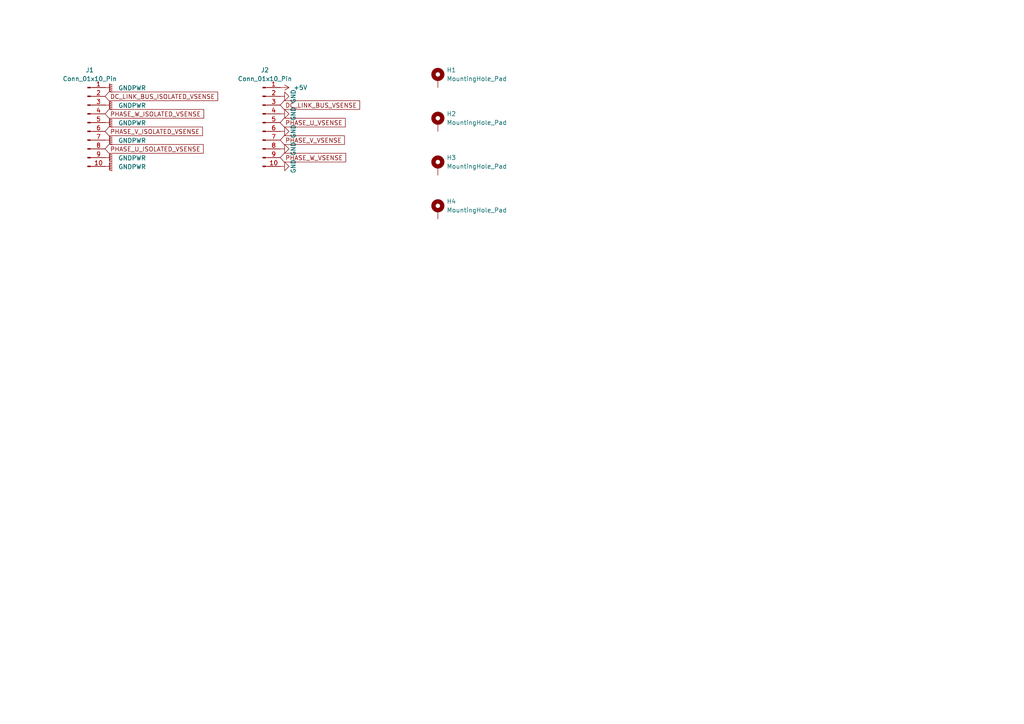
<source format=kicad_sch>
(kicad_sch (version 20250114) (generator "eeschema") (generator_version "9.0")
  (paper "A4")
  (lib_symbols
    (symbol "Connector:Conn_01x10_Pin" (pin_names (offset 1.016) (hide yes))
      (property "Reference" "J" (at 0 12.7 0))
      (property "Value" "Conn_01x10_Pin" (at 0 -15.24 0))
      (symbol "Conn_01x10_Pin_1_1"
        (rectangle (start 0.8636 10.287) (end 0 10.033) (stroke (width 0.1524)) (fill (type outline)))
        (rectangle (start 0.8636 7.747) (end 0 7.493) (stroke (width 0.1524)) (fill (type outline)))
        (rectangle (start 0.8636 5.207) (end 0 4.953) (stroke (width 0.1524)) (fill (type outline)))
        (rectangle (start 0.8636 2.667) (end 0 2.413) (stroke (width 0.1524)) (fill (type outline)))
        (rectangle (start 0.8636 0.127) (end 0 -0.127) (stroke (width 0.1524)) (fill (type outline)))
        (rectangle (start 0.8636 -2.413) (end 0 -2.667) (stroke (width 0.1524)) (fill (type outline)))
        (rectangle (start 0.8636 -4.953) (end 0 -5.207) (stroke (width 0.1524)) (fill (type outline)))
        (rectangle (start 0.8636 -7.493) (end 0 -7.747) (stroke (width 0.1524)) (fill (type outline)))
        (rectangle (start 0.8636 -10.033) (end 0 -10.287) (stroke (width 0.1524)) (fill (type outline)))
        (rectangle (start 0.8636 -12.573) (end 0 -12.827) (stroke (width 0.1524)) (fill (type outline)))
        (polyline (pts (xy 1.27 10.16) (xy 0.8636 10.16)) (stroke (width 0.1524)))
        (polyline (pts (xy 1.27 7.62) (xy 0.8636 7.62)) (stroke (width 0.1524)))
        (polyline (pts (xy 1.27 5.08) (xy 0.8636 5.08)) (stroke (width 0.1524)))
        (polyline (pts (xy 1.27 2.54) (xy 0.8636 2.54)) (stroke (width 0.1524)))
        (polyline (pts (xy 1.27 0) (xy 0.8636 0)) (stroke (width 0.1524)))
        (polyline (pts (xy 1.27 -2.54) (xy 0.8636 -2.54)) (stroke (width 0.1524)))
        (polyline (pts (xy 1.27 -5.08) (xy 0.8636 -5.08)) (stroke (width 0.1524)))
        (polyline (pts (xy 1.27 -7.62) (xy 0.8636 -7.62)) (stroke (width 0.1524)))
        (polyline (pts (xy 1.27 -10.16) (xy 0.8636 -10.16)) (stroke (width 0.1524)))
        (polyline (pts (xy 1.27 -12.7) (xy 0.8636 -12.7)) (stroke (width 0.1524)))
        (pin passive line (at 5.08 10.16 180) (length 3.81) (name "Pin_1") (number "1"))
        (pin passive line (at 5.08 7.62 180) (length 3.81) (name "Pin_2") (number "2"))
        (pin passive line (at 5.08 5.08 180) (length 3.81) (name "Pin_3") (number "3"))
        (pin passive line (at 5.08 2.54 180) (length 3.81) (name "Pin_4") (number "4"))
        (pin passive line (at 5.08 0 180) (length 3.81) (name "Pin_5") (number "5"))
        (pin passive line (at 5.08 -2.54 180) (length 3.81) (name "Pin_6") (number "6"))
        (pin passive line (at 5.08 -5.08 180) (length 3.81) (name "Pin_7") (number "7"))
        (pin passive line (at 5.08 -7.62 180) (length 3.81) (name "Pin_8") (number "8"))
        (pin passive line (at 5.08 -10.16 180) (length 3.81) (name "Pin_9") (number "9"))
        (pin passive line (at 5.08 -12.7 180) (length 3.81) (name "Pin_10") (number "10"))
      )
    )
    (symbol "Mechanical:MountingHole_Pad" (pin_numbers (hide yes)) (pin_names (offset 1.016) (hide yes)) (in_bom no)
      (property "Reference" "H" (at 0 6.35 0))
      (property "Value" "MountingHole_Pad" (at 0 4.445 0))
      (symbol "MountingHole_Pad_0_1"
        (circle (center 0 1.27) (radius 1.27) (stroke (width 1.27)))
      )
      (symbol "MountingHole_Pad_1_1"
        (pin input line (at 0 -2.54 90) (length 2.54) (name "1") (number "1"))
      )
    )
    (symbol "power:+5V" (power) (pin_numbers (hide yes)) (pin_names (offset 0) (hide yes))
      (property "Value" "+5V" (at 0 3.556 0))
      (symbol "+5V_0_1"
        (polyline (pts (xy -0.762 1.27) (xy 0 2.54)))
        (polyline (pts (xy 0 2.54) (xy 0.762 1.27)))
        (polyline (pts (xy 0 0) (xy 0 2.54)))
      )
      (symbol "+5V_1_1"
        (pin power_in line (at 0 0 90) (length 0) (name "~") (number "1"))
      )
    )
    (symbol "power:GND" (power) (pin_numbers (hide yes)) (pin_names (offset 0) (hide yes))
      (property "Value" "GND" (at 0 -3.81 0))
      (symbol "GND_0_1"
        (polyline (pts (xy 0 0) (xy 0 -1.27) (xy 1.27 -1.27) (xy 0 -2.54) (xy -1.27 -1.27) (xy 0 -1.27)))
      )
      (symbol "GND_1_1"
        (pin power_in line (at 0 0 270) (length 0) (name "~") (number "1"))
      )
    )
    (symbol "power:GNDPWR" (power) (pin_numbers (hide yes)) (pin_names (offset 0) (hide yes))
      (property "Value" "GNDPWR" (at 0 -3.302 0))
      (symbol "GNDPWR_0_1"
        (polyline (pts (xy -1.016 -1.27) (xy -1.27 -2.032) (xy -1.27 -2.032)) (stroke (width 0.2032)))
        (polyline (pts (xy -0.508 -1.27) (xy -0.762 -2.032) (xy -0.762 -2.032)) (stroke (width 0.2032)))
        (polyline (pts (xy 0 -1.27) (xy 0 0)))
        (polyline (pts (xy 0 -1.27) (xy -0.254 -2.032) (xy -0.254 -2.032)) (stroke (width 0.2032)))
        (polyline (pts (xy 0.508 -1.27) (xy 0.254 -2.032) (xy 0.254 -2.032)) (stroke (width 0.2032)))
        (polyline (pts (xy 1.016 -1.27) (xy -1.016 -1.27) (xy -1.016 -1.27)) (stroke (width 0.2032)))
        (polyline (pts (xy 1.016 -1.27) (xy 0.762 -2.032) (xy 0.762 -2.032) (xy 0.762 -2.032)) (stroke (width 0.2032)))
      )
      (symbol "GNDPWR_1_1"
        (pin power_in line (at 0 0 270) (length 0) (name "~") (number "1"))
      )
    )
  )
  (global_label "PHASE_U_ISOLATED_VSENSE" (shape input) (at 30.48 43.18 0) (property "Intersheetrefs" "${INTERSHEET_REFS}" (effects (hide yes))))
  (global_label "DC_LINK_BUS_ISOLATED_VSENSE" (shape input) (at 30.48 27.94 0) (property "Intersheetrefs" "${INTERSHEET_REFS}" (effects (hide yes))))
  (global_label "PHASE_W_VSENSE" (shape input) (at 81.28 45.72 0) (property "Intersheetrefs" "${INTERSHEET_REFS}" (effects (hide yes))))
  (global_label "PHASE_V_VSENSE" (shape input) (at 81.28 40.64 0) (property "Intersheetrefs" "${INTERSHEET_REFS}" (effects (hide yes))))
  (global_label "DC_LINK_BUS_VSENSE" (shape input) (at 81.28 30.48 0) (property "Intersheetrefs" "${INTERSHEET_REFS}" (effects (hide yes))))
  (global_label "PHASE_U_VSENSE" (shape input) (at 81.28 35.56 0) (property "Intersheetrefs" "${INTERSHEET_REFS}" (effects (hide yes))))
  (global_label "PHASE_W_ISOLATED_VSENSE" (shape input) (at 30.48 33.02 0) (property "Intersheetrefs" "${INTERSHEET_REFS}" (effects (hide yes))))
  (global_label "PHASE_V_ISOLATED_VSENSE" (shape input) (at 30.48 38.1 0) (property "Intersheetrefs" "${INTERSHEET_REFS}" (effects (hide yes))))
  (symbol (lib_id "power:GND") (at 81.28 38.1 90) (unit 1)
    (property "Reference" "#PWR0107" (effects (hide yes)))
    (property "Value" "GND" (at 85.09 38.1 0))
    (property "Description" "Power symbol creates a global label with name \"GND\" , ground" (effects (hide yes)))
  )
  (symbol (lib_id "power:GNDPWR") (at 30.48 45.72 90) (unit 1)
    (property "Reference" "#PWR0103" (effects (hide yes)))
    (property "Value" "GNDPWR" (at 34.29 45.8469 90) (effects (justify right)))
    (property "Description" "Power symbol creates a global label with name \"GNDPWR\" , global ground" (effects (hide yes)))
  )
  (symbol (lib_id "power:GND") (at 81.28 27.94 90) (unit 1)
    (property "Reference" "#PWR0105" (effects (hide yes)))
    (property "Value" "GND" (at 85.09 27.94 0))
    (property "Description" "Power symbol creates a global label with name \"GND\" , ground" (effects (hide yes)))
  )
  (symbol (lib_id "power:GNDPWR") (at 30.48 25.4 90) (unit 1)
    (property "Reference" "#PWR096" (effects (hide yes)))
    (property "Value" "GNDPWR" (at 34.29 25.5269 90) (effects (justify right)))
    (property "Description" "Power symbol creates a global label with name \"GNDPWR\" , global ground" (effects (hide yes)))
  )
  (symbol (lib_id "power:GNDPWR") (at 30.48 30.48 90) (unit 1)
    (property "Reference" "#PWR0100" (effects (hide yes)))
    (property "Value" "GNDPWR" (at 34.29 30.6069 90) (effects (justify right)))
    (property "Description" "Power symbol creates a global label with name \"GNDPWR\" , global ground" (effects (hide yes)))
  )
  (symbol (lib_id "power:GND") (at 81.28 43.18 90) (unit 1)
    (property "Reference" "#PWR0108" (effects (hide yes)))
    (property "Value" "GND" (at 85.09 43.18 0))
    (property "Description" "Power symbol creates a global label with name \"GND\" , ground" (effects (hide yes)))
  )
  (symbol (lib_id "Mechanical:MountingHole_Pad") (at 127 22.86 0) (unit 1) (in_bom no)
    (property "Reference" "H1" (at 129.54 20.3199 0) (effects (justify left)))
    (property "Value" "MountingHole_Pad" (at 129.54 22.8599 0) (effects (justify left)))
    (property "Footprint" "MountingHole:MountingHole_5.3mm_M5_ISO7380_Pad" (effects (hide yes)))
    (property "Description" "Mounting Hole with connection" (effects (hide yes)))
  )
  (symbol (lib_id "Mechanical:MountingHole_Pad") (at 127 48.26 0) (unit 1) (in_bom no)
    (property "Reference" "H3" (at 129.54 45.7199 0) (effects (justify left)))
    (property "Value" "MountingHole_Pad" (at 129.54 48.2599 0) (effects (justify left)))
    (property "Footprint" "MountingHole:MountingHole_5.3mm_M5_ISO7380_Pad" (effects (hide yes)))
    (property "Description" "Mounting Hole with connection" (effects (hide yes)))
  )
  (symbol (lib_id "Mechanical:MountingHole_Pad") (at 127 60.96 0) (unit 1) (in_bom no)
    (property "Reference" "H4" (at 129.54 58.4199 0) (effects (justify left)))
    (property "Value" "MountingHole_Pad" (at 129.54 60.9599 0) (effects (justify left)))
    (property "Footprint" "MountingHole:MountingHole_5.3mm_M5_ISO7380_Pad" (effects (hide yes)))
    (property "Description" "Mounting Hole with connection" (effects (hide yes)))
  )
  (symbol (lib_id "power:GND") (at 81.28 48.26 90) (unit 1)
    (property "Reference" "#PWR0109" (effects (hide yes)))
    (property "Value" "GND" (at 85.09 48.26 0))
    (property "Description" "Power symbol creates a global label with name \"GND\" , ground" (effects (hide yes)))
  )
  (symbol (lib_id "power:GNDPWR") (at 30.48 40.64 90) (unit 1)
    (property "Reference" "#PWR0102" (effects (hide yes)))
    (property "Value" "GNDPWR" (at 34.29 40.7669 90) (effects (justify right)))
    (property "Description" "Power symbol creates a global label with name \"GNDPWR\" , global ground" (effects (hide yes)))
  )
  (symbol (lib_id "power:GNDPWR") (at 30.48 35.56 90) (unit 1)
    (property "Reference" "#PWR0101" (effects (hide yes)))
    (property "Value" "GNDPWR" (at 34.29 35.6869 90) (effects (justify right)))
    (property "Description" "Power symbol creates a global label with name \"GNDPWR\" , global ground" (effects (hide yes)))
  )
  (symbol (lib_id "Connector:Conn_01x10_Pin") (at 25.4 35.56 0) (unit 1)
    (property "Reference" "J1" (at 26.035 20.32 0))
    (property "Value" "Conn_01x10_Pin" (at 26.035 22.86 0))
    (property "Footprint" "Connector_PinHeader_2.54mm:PinHeader_1x10_P2.54mm_Vertical" (effects (hide yes)))
    (property "Description" "Generic connector, single row, 01x10, script generated" (effects (hide yes)))
  )
  (symbol (lib_id "power:GND") (at 81.28 33.02 90) (unit 1)
    (property "Reference" "#PWR0106" (effects (hide yes)))
    (property "Value" "GND" (at 85.09 33.02 0))
    (property "Description" "Power symbol creates a global label with name \"GND\" , ground" (effects (hide yes)))
  )
  (symbol (lib_id "power:GNDPWR") (at 30.48 48.26 90) (unit 1)
    (property "Reference" "#PWR0104" (effects (hide yes)))
    (property "Value" "GNDPWR" (at 34.29 48.3869 90) (effects (justify right)))
    (property "Description" "Power symbol creates a global label with name \"GNDPWR\" , global ground" (effects (hide yes)))
  )
  (symbol (lib_id "Connector:Conn_01x10_Pin") (at 76.2 35.56 0) (unit 1)
    (property "Reference" "J2" (at 76.835 20.32 0))
    (property "Value" "Conn_01x10_Pin" (at 76.835 22.86 0))
    (property "Footprint" "Connector_PinHeader_2.54mm:PinHeader_1x10_P2.54mm_Vertical" (effects (hide yes)))
    (property "Description" "Generic connector, single row, 01x10, script generated" (effects (hide yes)))
  )
  (symbol (lib_id "Mechanical:MountingHole_Pad") (at 127 35.56 0) (unit 1) (in_bom no)
    (property "Reference" "H2" (at 129.54 33.0199 0) (effects (justify left)))
    (property "Value" "MountingHole_Pad" (at 129.54 35.5599 0) (effects (justify left)))
    (property "Footprint" "MountingHole:MountingHole_5.3mm_M5_ISO7380_Pad" (effects (hide yes)))
    (property "Description" "Mounting Hole with connection" (effects (hide yes)))
  )
  (symbol (lib_id "power:+5V") (at 81.28 25.4 270) (unit 1)
    (property "Reference" "#PWR099" (effects (hide yes)))
    (property "Value" "+5V" (at 85.09 25.3999 90) (effects (justify left)))
    (property "Description" "Power symbol creates a global label with name \"+5V\"" (effects (hide yes)))
  )
)
</source>
